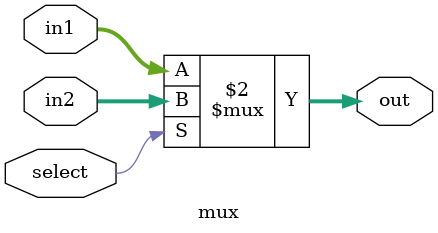
<source format=v>
`timescale 1ns / 1ps


module mux(in1, in2, select, out);
    parameter max = 31;
    input [max:0] in1, in2;
    input select;
    output [max:0] out;

    assign out = (select == 0) ? in1 : in2;
    
endmodule

</source>
